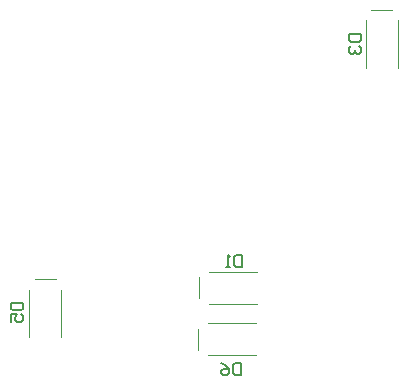
<source format=gbo>
G04*
G04 #@! TF.GenerationSoftware,Altium Limited,Altium Designer,20.2.5 (213)*
G04*
G04 Layer_Color=32896*
%FSLAX25Y25*%
%MOIN*%
G70*
G04*
G04 #@! TF.SameCoordinates,E7457EF0-435F-4A9A-9950-3147239DC6E2*
G04*
G04*
G04 #@! TF.FilePolarity,Positive*
G04*
G01*
G75*
%ADD10C,0.00787*%
%ADD12C,0.00472*%
D10*
X74213Y63070D02*
Y59134D01*
X72245D01*
X71589Y59790D01*
Y62414D01*
X72245Y63070D01*
X74213D01*
X70277Y59134D02*
X68965D01*
X69621D01*
Y63070D01*
X70277Y62414D01*
X110041Y136811D02*
X113976D01*
Y134843D01*
X113320Y134187D01*
X110697D01*
X110041Y134843D01*
Y136811D01*
X110697Y132875D02*
X110041Y132219D01*
Y130907D01*
X110697Y130252D01*
X111353D01*
X112009Y130907D01*
Y131563D01*
Y130907D01*
X112664Y130252D01*
X113320D01*
X113976Y130907D01*
Y132219D01*
X113320Y132875D01*
X-2755Y47244D02*
X1181D01*
Y45276D01*
X525Y44620D01*
X-2099D01*
X-2755Y45276D01*
Y47244D01*
Y40685D02*
Y43308D01*
X-787D01*
X-1443Y41996D01*
Y41341D01*
X-787Y40685D01*
X525D01*
X1181Y41341D01*
Y42652D01*
X525Y43308D01*
X73858Y27164D02*
Y23228D01*
X71890D01*
X71235Y23884D01*
Y26508D01*
X71890Y27164D01*
X73858D01*
X67299D02*
X68611Y26508D01*
X69923Y25196D01*
Y23884D01*
X69267Y23228D01*
X67955D01*
X67299Y23884D01*
Y24540D01*
X67955Y25196D01*
X69923D01*
D12*
X59547Y31575D02*
Y38504D01*
X63032Y29724D02*
X78780D01*
X63032Y40354D02*
X78780D01*
X5197Y55059D02*
X12126D01*
X3347Y35827D02*
Y51575D01*
X13976Y35827D02*
Y51575D01*
X117402Y144823D02*
X124331D01*
X115551Y125591D02*
Y141339D01*
X126181Y125591D02*
Y141339D01*
X59902Y48779D02*
Y55709D01*
X63386Y46929D02*
X79134D01*
X63386Y57559D02*
X79134D01*
M02*

</source>
